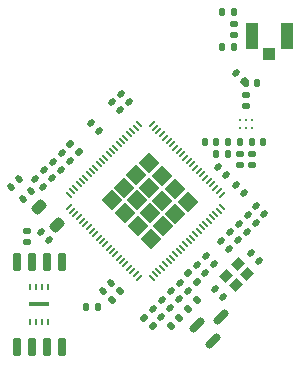
<source format=gbr>
%TF.GenerationSoftware,KiCad,Pcbnew,7.0.1*%
%TF.CreationDate,2023-06-20T18:51:06+02:00*%
%TF.ProjectId,rtl872xd-dev-board,72746c38-3732-4786-942d-6465762d626f,0.1.0*%
%TF.SameCoordinates,Original*%
%TF.FileFunction,Paste,Top*%
%TF.FilePolarity,Positive*%
%FSLAX46Y46*%
G04 Gerber Fmt 4.6, Leading zero omitted, Abs format (unit mm)*
G04 Created by KiCad (PCBNEW 7.0.1) date 2023-06-20 18:51:06*
%MOMM*%
%LPD*%
G01*
G04 APERTURE LIST*
G04 Aperture macros list*
%AMRoundRect*
0 Rectangle with rounded corners*
0 $1 Rounding radius*
0 $2 $3 $4 $5 $6 $7 $8 $9 X,Y pos of 4 corners*
0 Add a 4 corners polygon primitive as box body*
4,1,4,$2,$3,$4,$5,$6,$7,$8,$9,$2,$3,0*
0 Add four circle primitives for the rounded corners*
1,1,$1+$1,$2,$3*
1,1,$1+$1,$4,$5*
1,1,$1+$1,$6,$7*
1,1,$1+$1,$8,$9*
0 Add four rect primitives between the rounded corners*
20,1,$1+$1,$2,$3,$4,$5,0*
20,1,$1+$1,$4,$5,$6,$7,0*
20,1,$1+$1,$6,$7,$8,$9,0*
20,1,$1+$1,$8,$9,$2,$3,0*%
%AMHorizOval*
0 Thick line with rounded ends*
0 $1 width*
0 $2 $3 position (X,Y) of the first rounded end (center of the circle)*
0 $4 $5 position (X,Y) of the second rounded end (center of the circle)*
0 Add line between two ends*
20,1,$1,$2,$3,$4,$5,0*
0 Add two circle primitives to create the rounded ends*
1,1,$1,$2,$3*
1,1,$1,$4,$5*%
%AMRotRect*
0 Rectangle, with rotation*
0 The origin of the aperture is its center*
0 $1 length*
0 $2 width*
0 $3 Rotation angle, in degrees counterclockwise*
0 Add horizontal line*
21,1,$1,$2,0,0,$3*%
G04 Aperture macros list end*
%ADD10RoundRect,0.218750X0.424264X0.114905X0.114905X0.424264X-0.424264X-0.114905X-0.114905X-0.424264X0*%
%ADD11RoundRect,0.140000X-0.219203X-0.021213X-0.021213X-0.219203X0.219203X0.021213X0.021213X0.219203X0*%
%ADD12RoundRect,0.140000X0.219203X0.021213X0.021213X0.219203X-0.219203X-0.021213X-0.021213X-0.219203X0*%
%ADD13HorizOval,0.200000X-0.194454X0.194454X0.194454X-0.194454X0*%
%ADD14HorizOval,0.200000X0.194454X0.194454X-0.194454X-0.194454X0*%
%ADD15RotRect,1.300000X1.232500X135.000000*%
%ADD16RoundRect,0.147500X0.172500X-0.147500X0.172500X0.147500X-0.172500X0.147500X-0.172500X-0.147500X0*%
%ADD17RoundRect,0.140000X0.140000X0.170000X-0.140000X0.170000X-0.140000X-0.170000X0.140000X-0.170000X0*%
%ADD18RoundRect,0.140000X0.170000X-0.140000X0.170000X0.140000X-0.170000X0.140000X-0.170000X-0.140000X0*%
%ADD19RoundRect,0.140000X-0.140000X-0.170000X0.140000X-0.170000X0.140000X0.170000X-0.140000X0.170000X0*%
%ADD20RoundRect,0.150000X0.150000X-0.650000X0.150000X0.650000X-0.150000X0.650000X-0.150000X-0.650000X0*%
%ADD21RoundRect,0.135000X0.035355X-0.226274X0.226274X-0.035355X-0.035355X0.226274X-0.226274X0.035355X0*%
%ADD22R,1.000000X1.050000*%
%ADD23R,1.050000X2.200000*%
%ADD24RoundRect,0.140000X-0.021213X0.219203X-0.219203X0.021213X0.021213X-0.219203X0.219203X-0.021213X0*%
%ADD25RoundRect,0.140000X0.021213X-0.219203X0.219203X-0.021213X-0.021213X0.219203X-0.219203X0.021213X0*%
%ADD26RoundRect,0.150000X-0.309359X-0.521491X0.521491X0.309359X0.309359X0.521491X-0.521491X-0.309359X0*%
%ADD27RoundRect,0.135000X-0.035355X0.226274X-0.226274X0.035355X0.035355X-0.226274X0.226274X-0.035355X0*%
%ADD28R,0.280000X0.600000*%
%ADD29R,1.700000X0.300000*%
%ADD30R,0.280000X0.265000*%
%ADD31RoundRect,0.135000X-0.226274X-0.035355X-0.035355X-0.226274X0.226274X0.035355X0.035355X0.226274X0*%
%ADD32RoundRect,0.135000X0.226274X0.035355X0.035355X0.226274X-0.226274X-0.035355X-0.035355X-0.226274X0*%
%ADD33RotRect,0.900000X0.800000X225.000000*%
%ADD34RoundRect,0.135000X-0.135000X-0.185000X0.135000X-0.185000X0.135000X0.185000X-0.135000X0.185000X0*%
G04 APERTURE END LIST*
D10*
%TO.C,L4*%
X119501302Y-128001301D03*
X117998700Y-126498699D03*
%TD*%
D11*
%TO.C,C22*%
X134910589Y-127910589D03*
X135589411Y-128589411D03*
%TD*%
D12*
%TO.C,C6*%
X135339411Y-115839411D03*
X134660589Y-115160589D03*
%TD*%
D11*
%TO.C,C28*%
X122410589Y-119410589D03*
X123089411Y-120089411D03*
%TD*%
D12*
%TO.C,C14*%
X129839411Y-134339411D03*
X129160589Y-133660589D03*
%TD*%
D13*
%TO.C,U1*%
X127548008Y-132487705D03*
X127830850Y-132204862D03*
X128113693Y-131922019D03*
X128396536Y-131639177D03*
X128679379Y-131356334D03*
X128962221Y-131073491D03*
X129245064Y-130790648D03*
X129527907Y-130507806D03*
X129810749Y-130224963D03*
X130093592Y-129942120D03*
X130376435Y-129659278D03*
X130659278Y-129376435D03*
X130942120Y-129093592D03*
X131224963Y-128810749D03*
X131507806Y-128527907D03*
X131790648Y-128245064D03*
X132073491Y-127962221D03*
X132356334Y-127679379D03*
X132639177Y-127396536D03*
X132922019Y-127113693D03*
X133204862Y-126830850D03*
X133487705Y-126548008D03*
D14*
X133487705Y-125451992D03*
X133204862Y-125169150D03*
X132922019Y-124886307D03*
X132639177Y-124603464D03*
X132356334Y-124320621D03*
X132073491Y-124037779D03*
X131790648Y-123754936D03*
X131507806Y-123472093D03*
X131224963Y-123189251D03*
X130942120Y-122906408D03*
X130659278Y-122623565D03*
X130376435Y-122340722D03*
X130093592Y-122057880D03*
X129810749Y-121775037D03*
X129527907Y-121492194D03*
X129245064Y-121209352D03*
X128962221Y-120926509D03*
X128679379Y-120643666D03*
X128396536Y-120360823D03*
X128113693Y-120077981D03*
X127830850Y-119795138D03*
X127548008Y-119512295D03*
D13*
X126451992Y-119512295D03*
X126169150Y-119795138D03*
X125886307Y-120077981D03*
X125603464Y-120360823D03*
X125320621Y-120643666D03*
X125037779Y-120926509D03*
X124754936Y-121209352D03*
X124472093Y-121492194D03*
X124189251Y-121775037D03*
X123906408Y-122057880D03*
X123623565Y-122340722D03*
X123340722Y-122623565D03*
X123057880Y-122906408D03*
X122775037Y-123189251D03*
X122492194Y-123472093D03*
X122209352Y-123754936D03*
X121926509Y-124037779D03*
X121643666Y-124320621D03*
X121360823Y-124603464D03*
X121077981Y-124886307D03*
X120795138Y-125169150D03*
X120512295Y-125451992D03*
D14*
X120512295Y-126548008D03*
X120795138Y-126830850D03*
X121077981Y-127113693D03*
X121360823Y-127396536D03*
X121643666Y-127679379D03*
X121926509Y-127962221D03*
X122209352Y-128245064D03*
X122492194Y-128527907D03*
X122775037Y-128810749D03*
X123057880Y-129093592D03*
X123340722Y-129376435D03*
X123623565Y-129659278D03*
X123906408Y-129942120D03*
X124189251Y-130224963D03*
X124472093Y-130507806D03*
X124754936Y-130790648D03*
X125037779Y-131073491D03*
X125320621Y-131356334D03*
X125603464Y-131639177D03*
X125886307Y-131922019D03*
X126169150Y-132204862D03*
X126451992Y-132487705D03*
D15*
X127442826Y-129198774D03*
X128491111Y-128150488D03*
X129539397Y-127102203D03*
X130587683Y-126053917D03*
X126346810Y-128102759D03*
X127395096Y-127054473D03*
X128443382Y-126006187D03*
X129491668Y-124957901D03*
X125250795Y-127006743D03*
X126299080Y-125958457D03*
X127347366Y-124910172D03*
X128395652Y-123861886D03*
X124154779Y-125910728D03*
X125203065Y-124862442D03*
X126251351Y-123814156D03*
X127299636Y-122765870D03*
%TD*%
D11*
%TO.C,C19*%
X131410589Y-131410589D03*
X132089411Y-132089411D03*
%TD*%
D16*
%TO.C,L1*%
X136000000Y-122985000D03*
X136000000Y-122015000D03*
%TD*%
D17*
%TO.C,C7*%
X134480000Y-113000000D03*
X133520000Y-113000000D03*
%TD*%
D11*
%TO.C,C31*%
X118410589Y-123410589D03*
X119089411Y-124089411D03*
%TD*%
D17*
%TO.C,C8*%
X134480000Y-110000000D03*
X133520000Y-110000000D03*
%TD*%
D12*
%TO.C,C24*%
X137089411Y-127089411D03*
X136410589Y-126410589D03*
%TD*%
D18*
%TO.C,C5*%
X135500000Y-117980000D03*
X135500000Y-117020000D03*
%TD*%
D12*
%TO.C,C13*%
X129089411Y-135089411D03*
X128410589Y-134410589D03*
%TD*%
D11*
%TO.C,C21*%
X134160589Y-128660589D03*
X134839411Y-129339411D03*
%TD*%
D12*
%TO.C,C17*%
X130589411Y-133589411D03*
X129910589Y-132910589D03*
%TD*%
D17*
%TO.C,C25*%
X133980000Y-122000000D03*
X133020000Y-122000000D03*
%TD*%
D11*
%TO.C,C27*%
X124910589Y-116910589D03*
X125589411Y-117589411D03*
%TD*%
D19*
%TO.C,C26*%
X132020000Y-121000000D03*
X132980000Y-121000000D03*
%TD*%
D11*
%TO.C,C2*%
X134660589Y-124660589D03*
X135339411Y-125339411D03*
%TD*%
D20*
%TO.C,U2*%
X116095000Y-138350000D03*
X117365000Y-138350000D03*
X118635000Y-138350000D03*
X119905000Y-138350000D03*
X119905000Y-131150000D03*
X118635000Y-131150000D03*
X117365000Y-131150000D03*
X116095000Y-131150000D03*
%TD*%
D21*
%TO.C,R5*%
X124139376Y-134360624D03*
X124860624Y-133639376D03*
%TD*%
D22*
%TO.C,J1*%
X137500000Y-113550000D03*
D23*
X136025000Y-112025000D03*
X138975000Y-112025000D03*
%TD*%
D12*
%TO.C,C12*%
X133589411Y-134089411D03*
X132910589Y-133410589D03*
%TD*%
D21*
%TO.C,R7*%
X130639376Y-135110624D03*
X131360624Y-134389376D03*
%TD*%
D24*
%TO.C,C35*%
X124089411Y-132910589D03*
X123410589Y-133589411D03*
%TD*%
D25*
%TO.C,C16*%
X115660589Y-124839411D03*
X116339411Y-124160589D03*
%TD*%
D17*
%TO.C,C3*%
X134980000Y-121000000D03*
X134020000Y-121000000D03*
%TD*%
D26*
%TO.C,U4*%
X131415336Y-136491161D03*
X132758839Y-137834664D03*
X133412913Y-135837087D03*
%TD*%
D27*
%TO.C,R4*%
X129860624Y-135889376D03*
X129139376Y-136610624D03*
%TD*%
D28*
%TO.C,U3*%
X117250000Y-136257000D03*
X117750000Y-136257000D03*
X118250000Y-136257000D03*
X118750000Y-136257000D03*
X118750000Y-133243000D03*
X118250000Y-133243000D03*
X117750000Y-133243000D03*
X117250000Y-133243000D03*
D29*
X118000000Y-134750000D03*
%TD*%
D30*
%TO.C,DP1*%
X136000000Y-119143000D03*
X135500000Y-119143000D03*
X135000000Y-119143000D03*
X135000000Y-119857000D03*
X135500000Y-119857000D03*
X136000000Y-119857000D03*
%TD*%
D11*
%TO.C,C32*%
X117660589Y-124160589D03*
X118339411Y-124839411D03*
%TD*%
D12*
%TO.C,C18*%
X134089411Y-130089411D03*
X133410589Y-129410589D03*
%TD*%
%TO.C,C4*%
X133839411Y-123839411D03*
X133160589Y-123160589D03*
%TD*%
D11*
%TO.C,C11*%
X135910589Y-130410589D03*
X136589411Y-131089411D03*
%TD*%
D12*
%TO.C,C36*%
X128339411Y-135839411D03*
X127660589Y-135160589D03*
%TD*%
%TO.C,C15*%
X124839411Y-118339411D03*
X124160589Y-117660589D03*
%TD*%
D16*
%TO.C,L2*%
X135000000Y-122970000D03*
X135000000Y-122000000D03*
%TD*%
D31*
%TO.C,R6*%
X120639376Y-121139376D03*
X121360624Y-121860624D03*
%TD*%
D19*
%TO.C,C1*%
X136020000Y-121000000D03*
X136980000Y-121000000D03*
%TD*%
D11*
%TO.C,C29*%
X119910589Y-121910589D03*
X120589411Y-122589411D03*
%TD*%
D32*
%TO.C,R2*%
X131360624Y-132860624D03*
X130639376Y-132139376D03*
%TD*%
D12*
%TO.C,C30*%
X119839411Y-123339411D03*
X119160589Y-122660589D03*
%TD*%
%TO.C,C20*%
X132839411Y-131339411D03*
X132160589Y-130660589D03*
%TD*%
D16*
%TO.C,L3*%
X134500000Y-111985000D03*
X134500000Y-111015000D03*
%TD*%
D25*
%TO.C,C33*%
X116660589Y-125839411D03*
X117339411Y-125160589D03*
%TD*%
D19*
%TO.C,C9*%
X135520000Y-116000000D03*
X136480000Y-116000000D03*
%TD*%
D18*
%TO.C,C10*%
X117000000Y-129480000D03*
X117000000Y-128520000D03*
%TD*%
D33*
%TO.C,Y1*%
X134856066Y-131366117D03*
X133866117Y-132356066D03*
X134643934Y-133133883D03*
X135633883Y-132143934D03*
%TD*%
D12*
%TO.C,C23*%
X136339411Y-127839411D03*
X135660589Y-127160589D03*
%TD*%
D34*
%TO.C,R1*%
X121990000Y-135000000D03*
X123010000Y-135000000D03*
%TD*%
D11*
%TO.C,C34*%
X118160589Y-128660589D03*
X118839411Y-129339411D03*
%TD*%
D32*
%TO.C,R3*%
X127610624Y-136610624D03*
X126889376Y-135889376D03*
%TD*%
M02*

</source>
